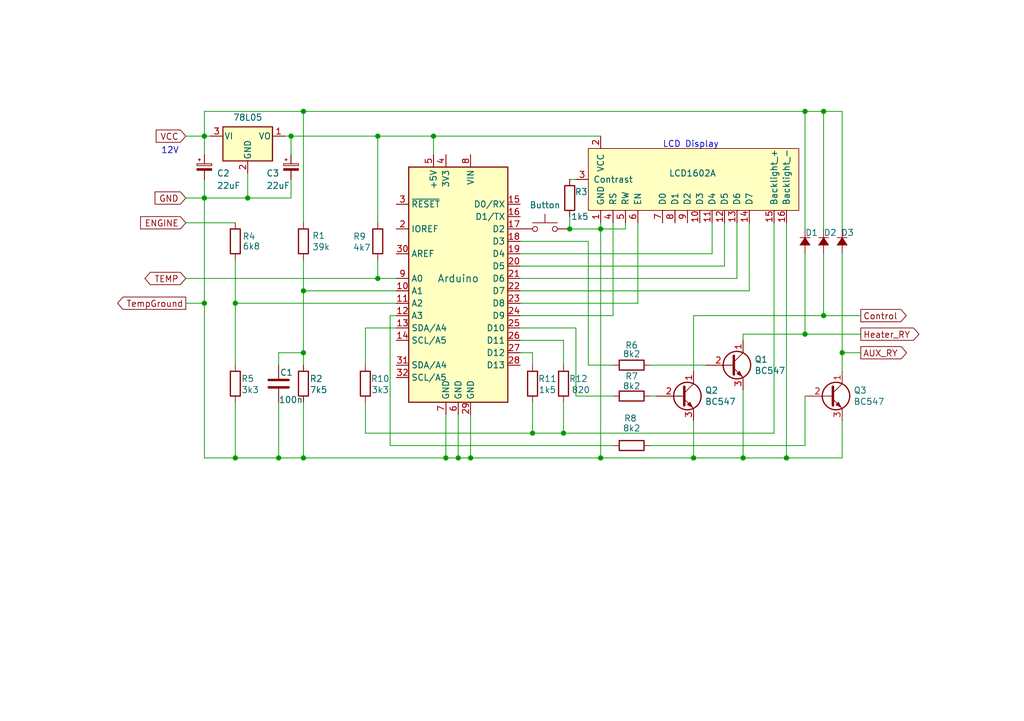
<source format=kicad_sch>
(kicad_sch (version 20231120) (generator "eeschema") (generator_version "8.0")
  (paper "A5")
  (title_block (title "HotWaterManager_Arduino") (date "2025-03-029") (rev "1.1") (company "TheFloatingLab LLC"))
  (lib_symbols
    (symbol "BoilerControlModule-rescue:CP_Small-Device" (pin_numbers hide) (pin_names (offset 0.254) hide)
      (property "Reference" "C" (at 0.254 1.778 0))
      (property "Value" "Device_CP_Small" (at 0.254 -2.032 0))
      (symbol "CP_Small-Device_0_1"
        (rectangle (start -1.524 -0.3048) (end 1.524 -0.6858) (fill (type outline)))
        (rectangle (start -1.524 0.6858) (end 1.524 0.3048))
        (polyline (pts (xy -1.27 1.524) (xy -0.762 1.524)))
        (polyline (pts (xy -1.016 1.27) (xy -1.016 1.778)))
      )
      (symbol "CP_Small-Device_1_1"
        (pin passive line (at 0 2.54 270) (length 1.8542) (name "~") (number "1"))
        (pin passive line (at 0 -2.54 90) (length 1.8542) (name "~") (number "2"))
      )
    )
    (symbol "BoilerControlModule-rescue:D_Small_ALT-Device" (pin_numbers hide) (pin_names (offset 0.254) hide)
      (property "Reference" "D" (at -1.27 2.032 0))
      (property "Value" "Device_D_Small_ALT" (at -3.81 -2.032 0))
      (symbol "D_Small_ALT-Device_0_1"
        (polyline (pts (xy -0.762 -1.016) (xy -0.762 1.016)))
        (polyline (pts (xy -0.762 0) (xy 0.762 0)))
        (polyline (pts (xy 0.762 -1.016) (xy -0.762 0) (xy 0.762 1.016) (xy 0.762 -1.016)) (fill (type outline)))
      )
      (symbol "D_Small_ALT-Device_1_1"
        (pin passive line (at -2.54 0 0) (length 1.778) (name "K") (number "1"))
        (pin passive line (at 2.54 0 180) (length 1.778) (name "A") (number "2"))
      )
    )
    (symbol "BoilerControlModule-rescue:LCD1602A-New_Library" (pin_names (offset 1.016))
      (property "Reference" "M" (at 0 -2.54 0))
      (property "Value" "New_Library_LCD1602A" (at 0 0 0))
      (symbol "LCD1602A-New_Library_0_1"
        (rectangle (start -24.13 3.81) (end 19.05 -8.89) (fill (type background)))
      )
      (symbol "LCD1602A-New_Library_1_1"
        (pin power_in line (at -21.59 -11.43 90) (length 2.54) (name "GND") (number "1"))
        (pin bidirectional line (at -1.27 -11.43 90) (length 2.54) (name "D3") (number "10"))
        (pin bidirectional line (at 1.27 -11.43 90) (length 2.54) (name "D4") (number "11"))
        (pin bidirectional line (at 3.81 -11.43 90) (length 2.54) (name "D5") (number "12"))
        (pin bidirectional line (at 6.35 -11.43 90) (length 2.54) (name "D6") (number "13"))
        (pin bidirectional line (at 8.89 -11.43 90) (length 2.54) (name "D7") (number "14"))
        (pin input line (at 13.97 -11.43 90) (length 2.54) (name "Backlight_+") (number "15"))
        (pin input line (at 16.51 -11.43 90) (length 2.54) (name "Backlight_-") (number "16"))
        (pin power_in line (at -21.59 6.35 270) (length 2.54) (name "VCC") (number "2"))
        (pin input line (at -26.67 -2.54 0) (length 2.54) (name "Contrast") (number "3"))
        (pin input line (at -19.05 -11.43 90) (length 2.54) (name "RS") (number "4"))
        (pin input line (at -16.51 -11.43 90) (length 2.54) (name "RW") (number "5"))
        (pin input line (at -13.97 -11.43 90) (length 2.54) (name "EN") (number "6"))
        (pin bidirectional line (at -8.89 -11.43 90) (length 2.54) (name "D0") (number "7"))
        (pin bidirectional line (at -6.35 -11.43 90) (length 2.54) (name "D1") (number "8"))
        (pin bidirectional line (at -3.81 -11.43 90) (length 2.54) (name "D2") (number "9"))
      )
    )
    (symbol "Device:C" (pin_numbers hide) (pin_names (offset 0.254))
      (property "Reference" "C" (at 0.635 2.54 0))
      (property "Value" "C" (at 0.635 -2.54 0))
      (symbol "C_0_1"
        (polyline (pts (xy -2.032 -0.762) (xy 2.032 -0.762)) (stroke (width 0.508)))
        (polyline (pts (xy -2.032 0.762) (xy 2.032 0.762)) (stroke (width 0.508)))
      )
      (symbol "C_1_1"
        (pin passive line (at 0 3.81 270) (length 2.794) (name "~") (number "1"))
        (pin passive line (at 0 -3.81 90) (length 2.794) (name "~") (number "2"))
      )
    )
    (symbol "Device:R" (pin_numbers hide) (pin_names (offset 0))
      (property "Reference" "R" (at 2.032 0 90))
      (property "Value" "R" (at 0 0 90))
      (symbol "R_0_1"
        (rectangle (start -1.016 -2.54) (end 1.016 2.54) (stroke (width 0.254)))
      )
      (symbol "R_1_1"
        (pin passive line (at 0 3.81 270) (length 1.27) (name "~") (number "1"))
        (pin passive line (at 0 -3.81 90) (length 1.27) (name "~") (number "2"))
      )
    )
    (symbol "MCU_Module:Arduino_UNO_R3"
      (property "Reference" "A" (at -10.16 23.495 0))
      (property "Value" "Arduino_UNO_R3" (at 5.08 -26.67 0))
      (symbol "Arduino_UNO_R3_0_1"
        (rectangle (start -10.16 22.86) (end 10.16 -25.4) (stroke (width 0.254)) (fill (type background)))
      )
      (symbol "Arduino_UNO_R3_1_1"
        (pin no_connect line (at -10.16 -20.32 0) (length 2.54) hide (name "NC") (number "1"))
        (pin bidirectional line (at 12.7 -2.54 180) (length 2.54) (name "A1") (number "10"))
        (pin bidirectional line (at 12.7 -5.08 180) (length 2.54) (name "A2") (number "11"))
        (pin bidirectional line (at 12.7 -7.62 180) (length 2.54) (name "A3") (number "12"))
        (pin bidirectional line (at 12.7 -10.16 180) (length 2.54) (name "SDA/A4") (number "13"))
        (pin bidirectional line (at 12.7 -12.7 180) (length 2.54) (name "SCL/A5") (number "14"))
        (pin bidirectional line (at -12.7 15.24 0) (length 2.54) (name "D0/RX") (number "15"))
        (pin bidirectional line (at -12.7 12.7 0) (length 2.54) (name "D1/TX") (number "16"))
        (pin bidirectional line (at -12.7 10.16 0) (length 2.54) (name "D2") (number "17"))
        (pin bidirectional line (at -12.7 7.62 0) (length 2.54) (name "D3") (number "18"))
        (pin bidirectional line (at -12.7 5.08 0) (length 2.54) (name "D4") (number "19"))
        (pin output line (at 12.7 10.16 180) (length 2.54) (name "IOREF") (number "2"))
        (pin bidirectional line (at -12.7 2.54 0) (length 2.54) (name "D5") (number "20"))
        (pin bidirectional line (at -12.7 0 0) (length 2.54) (name "D6") (number "21"))
        (pin bidirectional line (at -12.7 -2.54 0) (length 2.54) (name "D7") (number "22"))
        (pin bidirectional line (at -12.7 -5.08 0) (length 2.54) (name "D8") (number "23"))
        (pin bidirectional line (at -12.7 -7.62 0) (length 2.54) (name "D9") (number "24"))
        (pin bidirectional line (at -12.7 -10.16 0) (length 2.54) (name "D10") (number "25"))
        (pin bidirectional line (at -12.7 -12.7 0) (length 2.54) (name "D11") (number "26"))
        (pin bidirectional line (at -12.7 -15.24 0) (length 2.54) (name "D12") (number "27"))
        (pin bidirectional line (at -12.7 -17.78 0) (length 2.54) (name "D13") (number "28"))
        (pin power_in line (at -2.54 -27.94 90) (length 2.54) (name "GND") (number "29"))
        (pin input line (at 12.7 15.24 180) (length 2.54) (name "~{RESET}") (number "3"))
        (pin input line (at 12.7 5.08 180) (length 2.54) (name "AREF") (number "30"))
        (pin bidirectional line (at 12.7 -17.78 180) (length 2.54) (name "SDA/A4") (number "31"))
        (pin bidirectional line (at 12.7 -20.32 180) (length 2.54) (name "SCL/A5") (number "32"))
        (pin power_out line (at 2.54 25.4 270) (length 2.54) (name "3V3") (number "4"))
        (pin power_out line (at 5.08 25.4 270) (length 2.54) (name "+5V") (number "5"))
        (pin power_in line (at 0 -27.94 90) (length 2.54) (name "GND") (number "6"))
        (pin power_in line (at 2.54 -27.94 90) (length 2.54) (name "GND") (number "7"))
        (pin power_in line (at -2.54 25.4 270) (length 2.54) (name "VIN") (number "8"))
        (pin bidirectional line (at 12.7 0 180) (length 2.54) (name "A0") (number "9"))
      )
    )
    (symbol "Regulator_Linear:L78L05_TO92" (pin_names (offset 0.254))
      (property "Reference" "U" (at -3.81 3.175 0))
      (property "Value" "L78L05_TO92" (at 0 3.175 0))
      (symbol "L78L05_TO92_0_1"
        (rectangle (start -5.08 -5.08) (end 5.08 1.905) (stroke (width 0.254)) (fill (type background)))
      )
      (symbol "L78L05_TO92_1_1"
        (pin power_out line (at 7.62 0 180) (length 2.54) (name "VO") (number "1"))
        (pin power_in line (at 0 -7.62 90) (length 2.54) (name "GND") (number "2"))
        (pin power_in line (at -7.62 0 0) (length 2.54) (name "VI") (number "3"))
      )
    )
    (symbol "Switch:SW_Push" (pin_numbers hide) (pin_names (offset 1.016) hide)
      (property "Reference" "SW" (at 1.27 2.54 0))
      (property "Value" "SW_Push" (at 0 -1.524 0))
      (symbol "SW_Push_0_1"
        (circle (center -2.032 0) (radius 0.508))
        (polyline (pts (xy 0 1.27) (xy 0 3.048)))
        (polyline (pts (xy 2.54 1.27) (xy -2.54 1.27)))
        (circle (center 2.032 0) (radius 0.508))
        (pin passive line (at -5.08 0 0) (length 2.54) (name "1") (number "1"))
        (pin passive line (at 5.08 0 180) (length 2.54) (name "2") (number "2"))
      )
    )
    (symbol "Transistor_BJT:BC547" (pin_names (offset 0) hide)
      (property "Reference" "Q" (at 5.08 1.905 0))
      (property "Value" "BC547" (at 5.08 0 0))
      (symbol "BC547_0_1"
        (polyline (pts (xy 0 0) (xy 0.635 0)))
        (polyline (pts (xy 0.635 0.635) (xy 2.54 2.54)))
        (polyline (pts (xy 0.635 -0.635) (xy 2.54 -2.54) (xy 2.54 -2.54)))
        (polyline (pts (xy 0.635 1.905) (xy 0.635 -1.905) (xy 0.635 -1.905)) (stroke (width 0.508)))
        (polyline (pts (xy 1.27 -1.778) (xy 1.778 -1.27) (xy 2.286 -2.286) (xy 1.27 -1.778) (xy 1.27 -1.778)) (fill (type outline)))
        (circle (center 1.27 0) (radius 2.8194) (stroke (width 0.254)))
      )
      (symbol "BC547_1_1"
        (pin passive line (at 2.54 5.08 270) (length 2.54) (name "C") (number "1"))
        (pin input line (at -5.08 0 0) (length 5.08) (name "B") (number "2"))
        (pin passive line (at 2.54 -5.08 90) (length 2.54) (name "E") (number "3"))
      )
    )
  )
  (junction (at 165.1 68.58))
  (junction (at 165.1 22.86))
  (junction (at 48.26 93.98))
  (junction (at 62.23 22.86))
  (junction (at 41.91 40.64))
  (junction (at 41.91 62.23))
  (junction (at 77.47 27.94))
  (junction (at 41.91 27.94))
  (junction (at 168.91 22.86))
  (junction (at 109.22 88.9))
  (junction (at 123.19 93.98))
  (junction (at 59.69 27.94))
  (junction (at 93.98 93.98))
  (junction (at 115.57 88.9))
  (junction (at 57.15 93.98))
  (junction (at 161.29 93.98))
  (junction (at 172.72 72.39))
  (junction (at 62.23 59.69))
  (junction (at 62.23 72.39))
  (junction (at 152.4 93.98))
  (junction (at 77.47 57.15))
  (junction (at 96.52 93.98))
  (junction (at 48.26 62.23))
  (junction (at 123.19 46.99))
  (junction (at 62.23 93.98))
  (junction (at 50.8 40.64))
  (junction (at 91.44 93.98))
  (junction (at 142.24 93.98))
  (junction (at 116.84 46.99))
  (junction (at 88.9 27.94))
  (junction (at 168.91 64.77))
  (wire (pts (xy 148.59 45.72) (xy 148.59 54.61)))
  (wire (pts (xy 62.23 22.86) (xy 165.1 22.86)))
  (wire (pts (xy 118.11 81.28) (xy 125.73 81.28)))
  (wire (pts (xy 106.68 57.15) (xy 151.13 57.15)))
  (wire (pts (xy 123.19 46.99) (xy 123.19 93.98)))
  (wire (pts (xy 168.91 52.07) (xy 168.91 64.77)))
  (wire (pts (xy 172.72 22.86) (xy 172.72 46.99)))
  (wire (pts (xy 168.91 22.86) (xy 168.91 46.99)))
  (wire (pts (xy 116.84 44.45) (xy 116.84 46.99)))
  (wire (pts (xy 77.47 53.34) (xy 77.47 57.15)))
  (wire (pts (xy 120.65 49.53) (xy 106.68 49.53)))
  (wire (pts (xy 152.4 68.58) (xy 152.4 69.85)))
  (wire (pts (xy 165.1 22.86) (xy 168.91 22.86)))
  (wire (pts (xy 158.75 88.9) (xy 158.75 45.72)))
  (wire (pts (xy 96.52 93.98) (xy 123.19 93.98)))
  (wire (pts (xy 80.01 64.77) (xy 81.28 64.77)))
  (wire (pts (xy 146.05 45.72) (xy 146.05 52.07)))
  (wire (pts (xy 123.19 46.99) (xy 123.19 45.72)))
  (wire (pts (xy 38.1 62.23) (xy 41.91 62.23)))
  (wire (pts (xy 59.69 40.64) (xy 50.8 40.64)))
  (wire (pts (xy 91.44 93.98) (xy 93.98 93.98)))
  (wire (pts (xy 165.1 22.86) (xy 165.1 46.99)))
  (wire (pts (xy 88.9 27.94) (xy 123.19 27.94)))
  (wire (pts (xy 62.23 93.98) (xy 91.44 93.98)))
  (wire (pts (xy 80.01 91.44) (xy 125.73 91.44)))
  (wire (pts (xy 106.68 54.61) (xy 148.59 54.61)))
  (wire (pts (xy 41.91 40.64) (xy 50.8 40.64)))
  (wire (pts (xy 106.68 59.69) (xy 153.67 59.69)))
  (wire (pts (xy 128.27 45.72) (xy 128.27 46.99)))
  (wire (pts (xy 172.72 52.07) (xy 172.72 72.39)))
  (wire (pts (xy 172.72 86.36) (xy 172.72 93.98)))
  (wire (pts (xy 74.93 74.93) (xy 74.93 67.31)))
  (wire (pts (xy 109.22 72.39) (xy 109.22 74.93)))
  (wire (pts (xy 41.91 22.86) (xy 62.23 22.86)))
  (wire (pts (xy 48.26 93.98) (xy 57.15 93.98)))
  (wire (pts (xy 88.9 31.75) (xy 88.9 27.94)))
  (wire (pts (xy 133.35 81.28) (xy 134.62 81.28)))
  (wire (pts (xy 48.26 82.55) (xy 48.26 93.98)))
  (wire (pts (xy 48.26 62.23) (xy 81.28 62.23)))
  (wire (pts (xy 41.91 27.94) (xy 41.91 22.86)))
  (wire (pts (xy 59.69 31.75) (xy 59.69 27.94)))
  (wire (pts (xy 48.26 53.34) (xy 48.26 62.23)))
  (wire (pts (xy 152.4 68.58) (xy 165.1 68.58)))
  (wire (pts (xy 41.91 93.98) (xy 48.26 93.98)))
  (wire (pts (xy 91.44 85.09) (xy 91.44 93.98)))
  (wire (pts (xy 165.1 81.28) (xy 165.1 91.44)))
  (wire (pts (xy 118.11 67.31) (xy 118.11 81.28)))
  (wire (pts (xy 41.91 36.83) (xy 41.91 40.64)))
  (wire (pts (xy 115.57 88.9) (xy 115.57 82.55)))
  (wire (pts (xy 130.81 45.72) (xy 130.81 62.23)))
  (wire (pts (xy 109.22 88.9) (xy 115.57 88.9)))
  (wire (pts (xy 59.69 27.94) (xy 77.47 27.94)))
  (wire (pts (xy 118.11 67.31) (xy 106.68 67.31)))
  (wire (pts (xy 165.1 91.44) (xy 133.35 91.44)))
  (wire (pts (xy 165.1 68.58) (xy 176.53 68.58)))
  (wire (pts (xy 109.22 82.55) (xy 109.22 88.9)))
  (wire (pts (xy 128.27 46.99) (xy 123.19 46.99)))
  (wire (pts (xy 120.65 74.93) (xy 125.73 74.93)))
  (wire (pts (xy 93.98 85.09) (xy 93.98 93.98)))
  (wire (pts (xy 59.69 36.83) (xy 59.69 40.64)))
  (wire (pts (xy 152.4 93.98) (xy 161.29 93.98)))
  (wire (pts (xy 41.91 40.64) (xy 41.91 62.23)))
  (wire (pts (xy 106.68 69.85) (xy 115.57 69.85)))
  (wire (pts (xy 153.67 45.72) (xy 153.67 59.69)))
  (wire (pts (xy 38.1 27.94) (xy 41.91 27.94)))
  (wire (pts (xy 62.23 72.39) (xy 62.23 74.93)))
  (wire (pts (xy 57.15 72.39) (xy 62.23 72.39)))
  (wire (pts (xy 142.24 93.98) (xy 152.4 93.98)))
  (wire (pts (xy 152.4 80.01) (xy 152.4 93.98)))
  (wire (pts (xy 77.47 57.15) (xy 81.28 57.15)))
  (wire (pts (xy 48.26 62.23) (xy 48.26 74.93)))
  (wire (pts (xy 125.73 64.77) (xy 106.68 64.77)))
  (wire (pts (xy 77.47 27.94) (xy 77.47 45.72)))
  (wire (pts (xy 57.15 82.55) (xy 57.15 93.98)))
  (wire (pts (xy 168.91 64.77) (xy 176.53 64.77)))
  (wire (pts (xy 62.23 53.34) (xy 62.23 59.69)))
  (wire (pts (xy 80.01 64.77) (xy 80.01 91.44)))
  (wire (pts (xy 115.57 88.9) (xy 158.75 88.9)))
  (wire (pts (xy 116.84 36.83) (xy 118.11 36.83)))
  (wire (pts (xy 106.68 72.39) (xy 109.22 72.39)))
  (wire (pts (xy 62.23 22.86) (xy 62.23 45.72)))
  (wire (pts (xy 41.91 31.75) (xy 41.91 27.94)))
  (wire (pts (xy 57.15 93.98) (xy 62.23 93.98)))
  (wire (pts (xy 168.91 22.86) (xy 172.72 22.86)))
  (wire (pts (xy 38.1 40.64) (xy 41.91 40.64)))
  (wire (pts (xy 74.93 82.55) (xy 74.93 88.9)))
  (wire (pts (xy 62.23 59.69) (xy 62.23 72.39)))
  (wire (pts (xy 62.23 82.55) (xy 62.23 93.98)))
  (wire (pts (xy 133.35 74.93) (xy 144.78 74.93)))
  (wire (pts (xy 38.1 45.72) (xy 48.26 45.72)))
  (wire (pts (xy 50.8 35.56) (xy 50.8 40.64)))
  (wire (pts (xy 130.81 62.23) (xy 106.68 62.23)))
  (wire (pts (xy 41.91 27.94) (xy 43.18 27.94)))
  (wire (pts (xy 142.24 76.2) (xy 142.24 64.77)))
  (wire (pts (xy 116.84 46.99) (xy 123.19 46.99)))
  (wire (pts (xy 58.42 27.94) (xy 59.69 27.94)))
  (wire (pts (xy 142.24 64.77) (xy 168.91 64.77)))
  (wire (pts (xy 172.72 72.39) (xy 176.53 72.39)))
  (wire (pts (xy 165.1 52.07) (xy 165.1 68.58)))
  (wire (pts (xy 123.19 93.98) (xy 142.24 93.98)))
  (wire (pts (xy 125.73 45.72) (xy 125.73 64.77)))
  (wire (pts (xy 96.52 85.09) (xy 96.52 93.98)))
  (wire (pts (xy 172.72 72.39) (xy 172.72 76.2)))
  (wire (pts (xy 151.13 45.72) (xy 151.13 57.15)))
  (wire (pts (xy 38.1 57.15) (xy 77.47 57.15)))
  (wire (pts (xy 142.24 86.36) (xy 142.24 93.98)))
  (wire (pts (xy 161.29 93.98) (xy 172.72 93.98)))
  (wire (pts (xy 57.15 72.39) (xy 57.15 74.93)))
  (wire (pts (xy 41.91 62.23) (xy 41.91 93.98)))
  (wire (pts (xy 161.29 45.72) (xy 161.29 93.98)))
  (wire (pts (xy 146.05 52.07) (xy 106.68 52.07)))
  (wire (pts (xy 74.93 88.9) (xy 109.22 88.9)))
  (wire (pts (xy 93.98 93.98) (xy 96.52 93.98)))
  (wire (pts (xy 115.57 69.85) (xy 115.57 74.93)))
  (wire (pts (xy 74.93 67.31) (xy 81.28 67.31)))
  (wire (pts (xy 77.47 27.94) (xy 88.9 27.94)))
  (wire (pts (xy 62.23 59.69) (xy 81.28 59.69)))
  (wire (pts (xy 120.65 74.93) (xy 120.65 49.53)))
  (text "12V" (at 33.02 31.75 0) (effects (font (size 1.27 1.27)) (justify left bottom)))
  (text "LCD Display" (at 135.89 30.48 0) (effects (font (size 1.27 1.27)) (justify left bottom)))
  (global_label "Heater_RY" (shape output) (at 176.53 68.58 0) (property "Intersheetrefs" "${INTERSHEET_REFS}" (effects (hide yes))))
  (global_label "AUX_RY" (shape output) (at 176.53 72.39 0) (property "Intersheetrefs" "${INTERSHEET_REFS}" (effects (hide yes))))
  (global_label "ENGINE" (shape input) (at 38.1 45.72 180) (property "Intersheetrefs" "${INTERSHEET_REFS}" (effects (hide yes))))
  (global_label "Control" (shape output) (at 176.53 64.77 0) (property "Intersheetrefs" "${INTERSHEET_REFS}" (effects (hide yes))))
  (global_label "GND" (shape input) (at 38.1 40.64 180) (property "Intersheetrefs" "${INTERSHEET_REFS}" (effects (hide yes))))
  (global_label "TempGround" (shape output) (at 38.1 62.23 180) (property "Intersheetrefs" "${INTERSHEET_REFS}" (effects (hide yes))))
  (global_label "TEMP" (shape bidirectional) (at 38.1 57.15 180) (property "Intersheetrefs" "${INTERSHEET_REFS}" (effects (hide yes))))
  (global_label "VCC" (shape input) (at 38.1 27.94 180) (property "Intersheetrefs" "${INTERSHEET_REFS}" (effects (hide yes))))
  (symbol (lib_id "MCU_Module:Arduino_UNO_R3") (at 93.98 57.15 0) (mirror y) (unit 1)
    (property "Reference" "A1" (effects (hide yes)))
    (property "Value" "Arduino" (at 93.98 57.15 0) (effects (font (size 1.4986 1.4986))))
    (property "Footprint" "Module:Arduino_UNO_R3" (effects (hide yes)))
    (property "Datasheet" "https://www.arduino.cc/en/Main/arduinoBoardUno" (effects (hide yes)))
  )
  (symbol (lib_id "BoilerControlModule-rescue:LCD1602A-New_Library") (at 144.78 34.29 0) (unit 1)
    (property "Reference" "M1" (effects (hide yes)))
    (property "Value" "LCD1602A" (at 137.16 35.56 0) (effects (justify left)))
  )
  (symbol (lib_id "Switch:SW_Push") (at 111.76 46.99 0) (unit 1)
    (property "Reference" "SW1" (effects (hide yes)))
    (property "Value" "Button" (at 111.76 42.0878 0))
  )
  (symbol (lib_id "Transistor_BJT:BC547") (at 139.7 81.28 0) (unit 1)
    (property "Reference" "Q2" (at 144.5514 80.1116 0) (effects (justify left)))
    (property "Value" "BC547" (at 144.5514 82.423 0) (effects (justify left)))
    (property "Footprint" "Package_TO_SOT_THT:TO-92_Inline" (effects (hide yes)))
    (property "Datasheet" "http://www.fairchildsemi.com/ds/BC/BC547.pdf" (effects (hide yes)))
  )
  (symbol (lib_id "Transistor_BJT:BC547") (at 149.86 74.93 0) (unit 1)
    (property "Reference" "Q1" (at 154.7114 73.7616 0) (effects (justify left)))
    (property "Value" "BC547" (at 154.7114 76.073 0) (effects (justify left)))
    (property "Footprint" "Package_TO_SOT_THT:TO-92_Inline" (effects (hide yes)))
    (property "Datasheet" "http://www.fairchildsemi.com/ds/BC/BC547.pdf" (effects (hide yes)))
  )
  (symbol (lib_id "Device:R") (at 129.54 74.93 270) (unit 1)
    (property "Reference" "R6" (at 129.54 70.866 90))
    (property "Value" "8k2" (at 129.54 72.644 90))
  )
  (symbol (lib_id "Device:R") (at 129.54 81.28 270) (unit 1)
    (property "Reference" "R7" (at 129.54 77.216 90))
    (property "Value" "8k2" (at 129.54 79.248 90))
  )
  (symbol (lib_id "Device:R") (at 62.23 78.74 0) (unit 1)
    (property "Reference" "R2" (at 63.5 77.724 0) (effects (justify left)))
    (property "Value" "7k5" (at 63.5 80.01 0) (effects (justify left)))
  )
  (symbol (lib_id "Device:R") (at 62.23 49.53 0) (unit 1)
    (property "Reference" "R1" (at 64.008 48.3616 0) (effects (justify left)))
    (property "Value" "39k" (at 64.008 50.673 0) (effects (justify left)))
  )
  (symbol (lib_id "Device:R") (at 48.26 49.53 0) (unit 1)
    (property "Reference" "R4" (at 51.054 48.514 0))
    (property "Value" "6k8" (at 51.562 50.546 0))
  )
  (symbol (lib_id "Device:R") (at 48.26 78.74 180) (unit 1)
    (property "Reference" "R5" (at 50.8 77.724 0))
    (property "Value" "3k3" (at 51.308 80.01 0))
  )
  (symbol (lib_id "Regulator_Linear:L78L05_TO92") (at 50.8 27.94 0) (unit 1)
    (property "Reference" "U1" (effects (hide yes)))
    (property "Value" "78L05" (at 50.8 24.1046 0))
    (property "Footprint" "Package_TO_SOT_THT:TO-92_Inline" (effects (hide yes)))
    (property "Datasheet" "http://www.st.com/content/ccc/resource/technical/document/datasheet/15/55/e5/aa/23/5b/43/fd/CD00000446.pdf/files/CD00000446.pdf/jcr:content/translations/en.CD00000446.pdf" (effects (hide yes)))
  )
  (symbol (lib_id "Device:R") (at 77.47 49.53 0) (unit 1)
    (property "Reference" "R9" (at 72.39 48.514 0) (effects (justify left)))
    (property "Value" "4k7" (at 72.39 50.8 0) (effects (justify left)))
  )
  (symbol (lib_id "BoilerControlModule-rescue:CP_Small-Device") (at 59.69 34.29 0) (unit 1)
    (property "Reference" "C3" (at 54.61 35.56 0) (effects (justify left)))
    (property "Value" "22uF" (at 54.61 38.1 0) (effects (justify left)))
  )
  (symbol (lib_id "BoilerControlModule-rescue:CP_Small-Device") (at 41.91 34.29 0) (unit 1)
    (property "Reference" "C2" (at 44.45 35.56 0) (effects (justify left)))
    (property "Value" "22uF" (at 44.45 38.1 0) (effects (justify left)))
  )
  (symbol (lib_id "BoilerControlModule-rescue:D_Small_ALT-Device") (at 165.1 49.53 270) (unit 1)
    (property "Reference" "D1" (at 165.1 47.752 90) (effects (justify left)))
    (property "Value" "D_Small_ALT" (effects (hide yes)))
  )
  (symbol (lib_id "BoilerControlModule-rescue:D_Small_ALT-Device") (at 168.91 49.53 270) (unit 1)
    (property "Reference" "D2" (at 168.91 47.752 90) (effects (justify left)))
    (property "Value" "D_Small_ALT" (effects (hide yes)))
  )
  (symbol (lib_id "Device:R") (at 74.93 78.74 180) (unit 1)
    (property "Reference" "R10" (at 77.978 77.724 0))
    (property "Value" "3k3" (at 77.978 80.01 0))
  )
  (symbol (lib_id "Device:R") (at 109.22 78.74 180) (unit 1)
    (property "Reference" "R11" (at 112.268 77.724 0))
    (property "Value" "1k5" (at 112.268 80.01 0))
  )
  (symbol (lib_id "Device:R") (at 129.54 91.44 270) (unit 1)
    (property "Reference" "R8" (at 129.286 85.852 90))
    (property "Value" "8k2" (at 129.54 87.884 90))
  )
  (symbol (lib_id "Device:C") (at 57.15 78.74 0) (unit 1)
    (property "Reference" "C1" (at 57.404 76.454 0) (effects (justify left)))
    (property "Value" "100n" (at 57.15 82.042 0) (effects (justify left)))
    (property "Description" "Unpolarized capacitor" (effects (hide yes)))
  )
  (symbol (lib_id "Device:R") (at 115.57 78.74 180) (unit 1)
    (property "Reference" "R12" (at 118.618 77.724 0))
    (property "Value" "820" (at 119.126 80.01 0))
  )
  (symbol (lib_id "BoilerControlModule-rescue:D_Small_ALT-Device") (at 172.72 49.53 270) (unit 1)
    (property "Reference" "D3" (at 172.466 47.752 90) (effects (justify left)))
    (property "Value" "D_Small_ALT" (effects (hide yes)))
  )
  (symbol (lib_id "Transistor_BJT:BC547") (at 170.18 81.28 0) (unit 1)
    (property "Reference" "Q3" (at 175.0314 80.1116 0) (effects (justify left)))
    (property "Value" "BC547" (at 175.0314 82.423 0) (effects (justify left)))
    (property "Footprint" "Package_TO_SOT_THT:TO-92_Inline" (effects (hide yes)))
    (property "Datasheet" "http://www.fairchildsemi.com/ds/BC/BC547.pdf" (effects (hide yes)))
  )
  (symbol (lib_id "Device:R") (at 116.84 40.64 0) (unit 1)
    (property "Reference" "R3" (at 117.856 39.37 0) (effects (justify left)))
    (property "Value" "1k5" (at 117.094 44.45 0) (effects (justify left)))
    (property "Description" "Resistor" (effects (hide yes)))
  )
)
</source>
